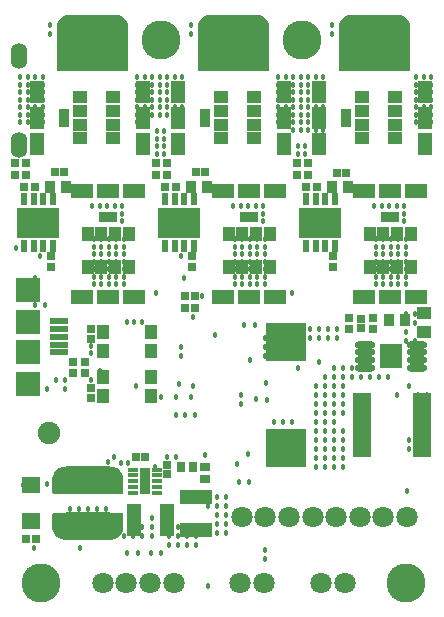
<source format=gts>
G04 Layer_Color=8388736*
%FSAX25Y25*%
%MOIN*%
G70*
G01*
G75*
%ADD48C,0.07480*%
%ADD83R,0.02572X0.02965*%
%ADD84R,0.02965X0.02572*%
%ADD85R,0.04540X0.11036*%
%ADD86R,0.11036X0.04540*%
%ADD87R,0.02847X0.02847*%
G04:AMPARAMS|DCode=88|XSize=90.68mil|YSize=236.35mil|CornerRadius=45.34mil|HoleSize=0mil|Usage=FLASHONLY|Rotation=270.000|XOffset=0mil|YOffset=0mil|HoleType=Round|Shape=RoundedRectangle|*
%AMROUNDEDRECTD88*
21,1,0.09068,0.14567,0,0,270.0*
21,1,0.00000,0.23635,0,0,270.0*
1,1,0.09068,-0.07284,0.00000*
1,1,0.09068,-0.07284,0.00000*
1,1,0.09068,0.07284,0.00000*
1,1,0.09068,0.07284,0.00000*
%
%ADD88ROUNDEDRECTD88*%
%ADD89O,0.06902X0.02572*%
%ADD90R,0.07611X0.08083*%
%ADD91R,0.13600X0.13100*%
%ADD92R,0.04737X0.04343*%
%ADD93R,0.06115X0.21666*%
%ADD94R,0.03556X0.04343*%
%ADD95R,0.14107X0.10446*%
%ADD96R,0.01981X0.03950*%
%ADD97R,0.03356X0.01781*%
%ADD98R,0.03750X0.08789*%
%ADD99R,0.06400X0.05600*%
%ADD100R,0.02847X0.02847*%
%ADD101R,0.05131X0.07493*%
%ADD102R,0.03556X0.05918*%
%ADD103R,0.05131X0.04147*%
%ADD104R,0.07493X0.05131*%
%ADD105R,0.04147X0.05131*%
%ADD106R,0.05918X0.03556*%
%ADD107R,0.06400X0.02200*%
%ADD108R,0.08300X0.07900*%
%ADD109R,0.08300X0.08300*%
%ADD110R,0.04343X0.04737*%
%ADD111R,0.02965X0.03359*%
%ADD112R,0.03359X0.02965*%
%ADD113O,0.05524X0.08674*%
%ADD114C,0.13005*%
%ADD115C,0.07100*%
%ADD116C,0.01800*%
G36*
X0561680Y0260712D02*
D01*
X0561680D01*
X0562067Y0260712D01*
X0562080Y0260711D01*
X0562094D01*
X0562107Y0260709D01*
X0562120Y0260708D01*
X0562133Y0260706D01*
X0562146Y0260704D01*
X0562906Y0260553D01*
X0562919Y0260549D01*
X0562932Y0260547D01*
X0562944Y0260542D01*
X0562957Y0260539D01*
X0562969Y0260534D01*
X0562981Y0260530D01*
X0563698Y0260233D01*
X0563709Y0260227D01*
X0563722Y0260222D01*
X0563733Y0260216D01*
X0563745Y0260210D01*
X0563756Y0260203D01*
X0563767Y0260196D01*
X0564412Y0259765D01*
X0564422Y0259757D01*
X0564433Y0259750D01*
X0564443Y0259741D01*
X0564453Y0259733D01*
X0564463Y0259724D01*
X0564472Y0259715D01*
X0565021Y0259167D01*
X0565029Y0259157D01*
X0565039Y0259148D01*
X0565047Y0259138D01*
X0565055Y0259128D01*
X0565063Y0259117D01*
X0565071Y0259106D01*
X0565501Y0258462D01*
X0565508Y0258450D01*
X0565515Y0258439D01*
X0565521Y0258428D01*
X0565528Y0258416D01*
X0565533Y0258404D01*
X0565539Y0258392D01*
X0565835Y0257676D01*
X0565839Y0257663D01*
X0565844Y0257651D01*
X0565848Y0257639D01*
X0565852Y0257626D01*
X0565855Y0257613D01*
X0565858Y0257601D01*
X0566009Y0256840D01*
X0566011Y0256827D01*
X0566014Y0256814D01*
X0566014Y0256801D01*
X0566016Y0256788D01*
Y0256775D01*
X0566017Y0256762D01*
Y0256375D01*
X0566017Y0256374D01*
X0566017Y0252043D01*
X0566014Y0251991D01*
X0566004Y0251940D01*
X0565987Y0251890D01*
X0565963Y0251843D01*
X0565934Y0251799D01*
X0565900Y0251760D01*
X0565860Y0251725D01*
X0565817Y0251696D01*
X0565770Y0251673D01*
X0565720Y0251656D01*
X0565669Y0251646D01*
X0565616Y0251642D01*
X0542782D01*
X0542782D01*
X0542782D01*
X0542729Y0251646D01*
X0542678Y0251656D01*
X0542644Y0251667D01*
X0542628Y0251673D01*
X0542581Y0251696D01*
D01*
X0542581Y0251696D01*
X0542559Y0251711D01*
X0542538Y0251725D01*
X0542498Y0251760D01*
Y0251760D01*
X0542498D01*
X0542464Y0251799D01*
X0542449Y0251821D01*
X0542435Y0251843D01*
X0542435Y0251843D01*
D01*
X0542411Y0251890D01*
X0542406Y0251906D01*
X0542395Y0251940D01*
X0542384Y0251991D01*
X0542381Y0252043D01*
Y0252043D01*
Y0252043D01*
X0542381Y0256374D01*
X0542381Y0256762D01*
X0542382Y0256775D01*
Y0256788D01*
X0542384Y0256801D01*
X0542384Y0256814D01*
X0542387Y0256827D01*
X0542389Y0256840D01*
X0542540Y0257600D01*
X0542543Y0257613D01*
X0542546Y0257626D01*
X0542550Y0257638D01*
X0542554Y0257651D01*
X0542559Y0257663D01*
X0542563Y0257676D01*
X0542860Y0258392D01*
X0542865Y0258404D01*
X0542870Y0258416D01*
X0542877Y0258427D01*
X0542883Y0258439D01*
X0542890Y0258450D01*
X0542897Y0258461D01*
X0543328Y0259106D01*
X0543335Y0259117D01*
X0543343Y0259127D01*
X0543351Y0259137D01*
X0543359Y0259148D01*
X0543369Y0259157D01*
X0543377Y0259167D01*
X0543926Y0259715D01*
X0543935Y0259724D01*
X0543945Y0259733D01*
X0543955Y0259741D01*
X0543965Y0259750D01*
X0543976Y0259757D01*
X0543986Y0259765D01*
X0544631Y0260196D01*
X0544642Y0260203D01*
X0544653Y0260210D01*
X0544665Y0260216D01*
X0544677Y0260222D01*
X0544689Y0260227D01*
X0544700Y0260233D01*
X0545417Y0260530D01*
X0545429Y0260534D01*
X0545441Y0260539D01*
X0545454Y0260543D01*
X0545467Y0260547D01*
X0545479Y0260549D01*
X0545492Y0260553D01*
X0546253Y0260704D01*
X0546266Y0260706D01*
X0546279Y0260708D01*
X0546292Y0260709D01*
X0546305Y0260711D01*
X0546318D01*
X0546331Y0260712D01*
X0546718Y0260712D01*
X0546719Y0260712D01*
X0561680Y0260712D01*
D02*
G37*
G36*
X0565630Y0245357D02*
X0565668Y0245354D01*
X0565720Y0245344D01*
X0565720D01*
X0565720Y0245344D01*
X0565738Y0245338D01*
X0565769Y0245327D01*
X0565817Y0245304D01*
D01*
X0565817Y0245304D01*
X0565834Y0245292D01*
X0565860Y0245275D01*
X0565900Y0245240D01*
X0565900Y0245240D01*
X0565900Y0245240D01*
X0565934Y0245201D01*
X0565951Y0245175D01*
X0565963Y0245157D01*
X0565963Y0245157D01*
D01*
X0565986Y0245110D01*
X0565997Y0245078D01*
X0566003Y0245060D01*
X0566003Y0245060D01*
Y0245060D01*
X0566014Y0245009D01*
X0566016Y0244970D01*
X0566017Y0244957D01*
X0566017Y0240626D01*
X0566017Y0240626D01*
X0566017Y0240238D01*
X0566017Y0240225D01*
Y0240212D01*
X0566015Y0240199D01*
X0566014Y0240186D01*
X0566011Y0240173D01*
X0566010Y0240160D01*
X0565858Y0239399D01*
X0565855Y0239386D01*
X0565852Y0239374D01*
X0565848Y0239361D01*
X0565845Y0239349D01*
X0565840Y0239336D01*
X0565836Y0239324D01*
X0565539Y0238608D01*
X0565533Y0238596D01*
X0565528Y0238584D01*
X0565521Y0238572D01*
X0565516Y0238560D01*
X0565508Y0238549D01*
X0565502Y0238538D01*
X0565071Y0237893D01*
X0565063Y0237883D01*
X0565055Y0237872D01*
X0565047Y0237862D01*
X0565039Y0237852D01*
X0565029Y0237842D01*
X0565021Y0237833D01*
X0564472Y0237284D01*
X0564463Y0237276D01*
X0564453Y0237266D01*
X0564443Y0237258D01*
X0564433Y0237250D01*
X0564422Y0237242D01*
X0564412Y0237234D01*
X0563767Y0236804D01*
X0563755Y0236797D01*
X0563744Y0236790D01*
X0563733Y0236784D01*
X0563721Y0236777D01*
X0563709Y0236772D01*
X0563697Y0236767D01*
X0562981Y0236470D01*
X0562969Y0236466D01*
X0562956Y0236461D01*
X0562944Y0236457D01*
X0562931Y0236453D01*
X0562919Y0236450D01*
X0562906Y0236447D01*
X0562145Y0236296D01*
X0562132Y0236294D01*
X0562119Y0236292D01*
X0562106Y0236291D01*
X0562093Y0236289D01*
X0562080D01*
X0562067Y0236288D01*
X0561679D01*
X0546719Y0236288D01*
X0546718Y0236288D01*
X0546715D01*
X0546715Y0236288D01*
X0546714Y0236288D01*
X0546331Y0236288D01*
X0546318Y0236289D01*
X0546305D01*
X0546292Y0236291D01*
X0546279Y0236292D01*
X0546266Y0236294D01*
X0546253Y0236296D01*
X0545492Y0236447D01*
X0545480Y0236451D01*
X0545467Y0236453D01*
X0545454Y0236457D01*
X0545442Y0236461D01*
X0545430Y0236466D01*
X0545417Y0236470D01*
X0544701Y0236767D01*
X0544689Y0236772D01*
X0544677Y0236777D01*
X0544665Y0236784D01*
X0544654Y0236790D01*
X0544643Y0236797D01*
X0544631Y0236804D01*
X0543987Y0237235D01*
X0543976Y0237243D01*
X0543965Y0237250D01*
X0543955Y0237259D01*
X0543945Y0237266D01*
X0543936Y0237276D01*
X0543926Y0237284D01*
X0543377Y0237833D01*
X0543369Y0237843D01*
X0543359Y0237852D01*
X0543351Y0237862D01*
X0543343Y0237872D01*
X0543335Y0237883D01*
X0543328Y0237894D01*
X0542897Y0238538D01*
X0542890Y0238550D01*
X0542883Y0238561D01*
X0542877Y0238572D01*
X0542870Y0238584D01*
X0542865Y0238596D01*
X0542860Y0238608D01*
X0542563Y0239324D01*
X0542558Y0239337D01*
X0542554Y0239349D01*
X0542550Y0239362D01*
X0542546Y0239374D01*
X0542543Y0239387D01*
X0542540Y0239399D01*
X0542389Y0240160D01*
X0542387Y0240173D01*
X0542384Y0240186D01*
X0542383Y0240199D01*
X0542382Y0240212D01*
Y0240225D01*
X0542381Y0240238D01*
X0542381Y0240626D01*
Y0240626D01*
Y0240626D01*
X0542381Y0244957D01*
Y0244957D01*
D01*
X0542384Y0245009D01*
X0542394Y0245060D01*
X0542400Y0245077D01*
X0542411Y0245110D01*
X0542434Y0245157D01*
X0542463Y0245201D01*
X0542498Y0245240D01*
X0542498D01*
Y0245240D01*
X0542537Y0245275D01*
X0542581Y0245304D01*
X0542628Y0245327D01*
X0542661Y0245338D01*
X0542678Y0245344D01*
X0542729Y0245354D01*
X0542781Y0245358D01*
X0542781D01*
D01*
X0565616D01*
X0565630Y0245357D01*
D02*
G37*
G36*
X0563200Y0411401D02*
X0563593Y0411401D01*
X0563606Y0411400D01*
X0563619D01*
X0563632Y0411398D01*
X0563645Y0411397D01*
X0563658Y0411395D01*
X0563671Y0411393D01*
X0564444Y0411239D01*
X0564457Y0411236D01*
X0564470Y0411234D01*
X0564482Y0411229D01*
X0564495Y0411226D01*
X0564507Y0411221D01*
X0564519Y0411217D01*
X0565247Y0410915D01*
X0565259Y0410909D01*
X0565271Y0410904D01*
X0565282Y0410898D01*
X0565294Y0410892D01*
X0565305Y0410885D01*
X0565316Y0410878D01*
X0565972Y0410440D01*
X0565982Y0410432D01*
X0565993Y0410425D01*
X0566003Y0410416D01*
X0566013Y0410408D01*
X0566023Y0410399D01*
X0566032Y0410390D01*
X0566589Y0409833D01*
X0566598Y0409823D01*
X0566608Y0409814D01*
X0566615Y0409804D01*
X0566624Y0409794D01*
X0566631Y0409783D01*
X0566639Y0409773D01*
X0567077Y0409117D01*
X0567084Y0409106D01*
X0567091Y0409095D01*
X0567097Y0409084D01*
X0567103Y0409072D01*
X0567108Y0409060D01*
X0567114Y0409048D01*
X0567416Y0408320D01*
X0567420Y0408308D01*
X0567425Y0408296D01*
X0567428Y0408283D01*
X0567433Y0408271D01*
X0567435Y0408258D01*
X0567439Y0408245D01*
X0567592Y0407472D01*
X0567594Y0407459D01*
X0567596Y0407446D01*
X0567597Y0407433D01*
X0567599Y0407420D01*
Y0407407D01*
X0567600Y0407394D01*
Y0407000D01*
X0567600Y0393000D01*
X0567596Y0392948D01*
X0567586Y0392896D01*
X0567569Y0392847D01*
X0567546Y0392800D01*
X0567517Y0392756D01*
X0567483Y0392717D01*
X0567443Y0392682D01*
X0567400Y0392653D01*
X0567352Y0392630D01*
X0567303Y0392613D01*
X0567251Y0392603D01*
X0567199Y0392599D01*
X0544199D01*
X0544147Y0392603D01*
X0544095Y0392613D01*
X0544046Y0392630D01*
X0543999Y0392653D01*
X0543955Y0392682D01*
X0543916Y0392717D01*
X0543881Y0392756D01*
X0543852Y0392800D01*
X0543829Y0392847D01*
X0543812Y0392896D01*
X0543802Y0392948D01*
X0543798Y0393000D01*
X0543798Y0407000D01*
X0543798Y0407394D01*
X0543799Y0407407D01*
Y0407420D01*
X0543801Y0407433D01*
X0543802Y0407446D01*
X0543804Y0407459D01*
X0543806Y0407472D01*
X0543960Y0408245D01*
X0543963Y0408258D01*
X0543966Y0408271D01*
X0543970Y0408283D01*
X0543973Y0408296D01*
X0543978Y0408308D01*
X0543983Y0408320D01*
X0544284Y0409048D01*
X0544290Y0409060D01*
X0544295Y0409072D01*
X0544301Y0409083D01*
X0544307Y0409095D01*
X0544314Y0409106D01*
X0544321Y0409117D01*
X0544759Y0409772D01*
X0544767Y0409783D01*
X0544774Y0409794D01*
X0544783Y0409804D01*
X0544791Y0409814D01*
X0544800Y0409823D01*
X0544809Y0409833D01*
X0545366Y0410391D01*
X0545376Y0410399D01*
X0545385Y0410408D01*
X0545395Y0410416D01*
X0545405Y0410425D01*
X0545416Y0410432D01*
X0545427Y0410440D01*
X0546082Y0410878D01*
X0546093Y0410885D01*
X0546104Y0410892D01*
X0546116Y0410898D01*
X0546127Y0410904D01*
X0546139Y0410909D01*
X0546151Y0410915D01*
X0546879Y0411217D01*
X0546891Y0411221D01*
X0546904Y0411226D01*
X0546916Y0411229D01*
X0546929Y0411234D01*
X0546941Y0411236D01*
X0546954Y0411239D01*
X0547727Y0411393D01*
X0547740Y0411395D01*
X0547753Y0411397D01*
X0547766Y0411398D01*
X0547779Y0411400D01*
X0547792D01*
X0547805Y0411401D01*
X0548199Y0411401D01*
X0563199Y0411401D01*
X0563200Y0411401D01*
D02*
G37*
G36*
X0657200D02*
X0657593Y0411401D01*
X0657606Y0411400D01*
X0657619D01*
X0657632Y0411398D01*
X0657645Y0411397D01*
X0657658Y0411395D01*
X0657671Y0411393D01*
X0658444Y0411239D01*
X0658457Y0411236D01*
X0658470Y0411234D01*
X0658482Y0411229D01*
X0658495Y0411226D01*
X0658507Y0411221D01*
X0658519Y0411217D01*
X0659247Y0410915D01*
X0659259Y0410909D01*
X0659271Y0410904D01*
X0659282Y0410898D01*
X0659294Y0410892D01*
X0659305Y0410885D01*
X0659316Y0410878D01*
X0659972Y0410440D01*
X0659982Y0410432D01*
X0659993Y0410425D01*
X0660003Y0410416D01*
X0660013Y0410408D01*
X0660023Y0410399D01*
X0660032Y0410390D01*
X0660590Y0409833D01*
X0660598Y0409823D01*
X0660607Y0409814D01*
X0660615Y0409804D01*
X0660624Y0409794D01*
X0660631Y0409783D01*
X0660639Y0409773D01*
X0661077Y0409117D01*
X0661084Y0409106D01*
X0661091Y0409095D01*
X0661097Y0409084D01*
X0661103Y0409072D01*
X0661108Y0409060D01*
X0661114Y0409048D01*
X0661416Y0408320D01*
X0661420Y0408308D01*
X0661425Y0408296D01*
X0661428Y0408283D01*
X0661433Y0408271D01*
X0661435Y0408258D01*
X0661439Y0408245D01*
X0661592Y0407472D01*
X0661594Y0407459D01*
X0661596Y0407446D01*
X0661597Y0407433D01*
X0661599Y0407420D01*
Y0407407D01*
X0661600Y0407394D01*
Y0407000D01*
X0661600Y0393000D01*
X0661596Y0392948D01*
X0661586Y0392896D01*
X0661569Y0392847D01*
X0661546Y0392800D01*
X0661517Y0392756D01*
X0661483Y0392717D01*
X0661443Y0392682D01*
X0661400Y0392653D01*
X0661352Y0392630D01*
X0661303Y0392613D01*
X0661251Y0392603D01*
X0661199Y0392599D01*
X0638199D01*
X0638147Y0392603D01*
X0638095Y0392613D01*
X0638046Y0392630D01*
X0637999Y0392653D01*
X0637955Y0392682D01*
X0637916Y0392717D01*
X0637881Y0392756D01*
X0637852Y0392800D01*
X0637829Y0392847D01*
X0637812Y0392896D01*
X0637802Y0392948D01*
X0637798Y0393000D01*
X0637798Y0407000D01*
X0637798Y0407394D01*
X0637799Y0407407D01*
Y0407420D01*
X0637801Y0407433D01*
X0637802Y0407446D01*
X0637804Y0407459D01*
X0637806Y0407472D01*
X0637960Y0408245D01*
X0637963Y0408258D01*
X0637966Y0408271D01*
X0637970Y0408283D01*
X0637973Y0408296D01*
X0637978Y0408308D01*
X0637983Y0408320D01*
X0638284Y0409048D01*
X0638290Y0409060D01*
X0638295Y0409072D01*
X0638301Y0409083D01*
X0638307Y0409095D01*
X0638314Y0409106D01*
X0638321Y0409117D01*
X0638759Y0409772D01*
X0638767Y0409783D01*
X0638774Y0409794D01*
X0638783Y0409804D01*
X0638791Y0409814D01*
X0638800Y0409823D01*
X0638809Y0409833D01*
X0639366Y0410391D01*
X0639376Y0410399D01*
X0639385Y0410408D01*
X0639395Y0410416D01*
X0639405Y0410425D01*
X0639416Y0410432D01*
X0639427Y0410440D01*
X0640082Y0410878D01*
X0640093Y0410885D01*
X0640104Y0410892D01*
X0640116Y0410898D01*
X0640127Y0410904D01*
X0640139Y0410909D01*
X0640151Y0410915D01*
X0640879Y0411217D01*
X0640891Y0411221D01*
X0640904Y0411226D01*
X0640916Y0411229D01*
X0640929Y0411234D01*
X0640941Y0411236D01*
X0640954Y0411239D01*
X0641727Y0411393D01*
X0641740Y0411395D01*
X0641753Y0411397D01*
X0641766Y0411398D01*
X0641779Y0411400D01*
X0641792D01*
X0641805Y0411401D01*
X0642199Y0411401D01*
X0657199Y0411401D01*
X0657200Y0411401D01*
D02*
G37*
G36*
X0610200D02*
X0610593Y0411401D01*
X0610606Y0411400D01*
X0610619D01*
X0610632Y0411398D01*
X0610645Y0411397D01*
X0610658Y0411395D01*
X0610671Y0411393D01*
X0611444Y0411239D01*
X0611457Y0411236D01*
X0611470Y0411234D01*
X0611482Y0411229D01*
X0611495Y0411226D01*
X0611507Y0411221D01*
X0611519Y0411217D01*
X0612247Y0410915D01*
X0612259Y0410909D01*
X0612271Y0410904D01*
X0612283Y0410898D01*
X0612294Y0410892D01*
X0612305Y0410885D01*
X0612317Y0410878D01*
X0612972Y0410440D01*
X0612982Y0410432D01*
X0612993Y0410425D01*
X0613003Y0410416D01*
X0613013Y0410408D01*
X0613023Y0410399D01*
X0613032Y0410390D01*
X0613589Y0409833D01*
X0613598Y0409823D01*
X0613608Y0409814D01*
X0613615Y0409804D01*
X0613624Y0409794D01*
X0613631Y0409783D01*
X0613639Y0409773D01*
X0614077Y0409117D01*
X0614084Y0409106D01*
X0614091Y0409095D01*
X0614097Y0409084D01*
X0614103Y0409072D01*
X0614108Y0409060D01*
X0614114Y0409048D01*
X0614416Y0408320D01*
X0614420Y0408308D01*
X0614425Y0408296D01*
X0614428Y0408283D01*
X0614433Y0408271D01*
X0614435Y0408258D01*
X0614438Y0408245D01*
X0614592Y0407472D01*
X0614594Y0407459D01*
X0614597Y0407446D01*
X0614597Y0407433D01*
X0614599Y0407420D01*
Y0407407D01*
X0614600Y0407394D01*
Y0407000D01*
X0614600Y0393000D01*
X0614597Y0392948D01*
X0614586Y0392896D01*
X0614570Y0392847D01*
X0614546Y0392800D01*
X0614517Y0392756D01*
X0614483Y0392717D01*
X0614443Y0392682D01*
X0614399Y0392653D01*
X0614353Y0392630D01*
X0614303Y0392613D01*
X0614251Y0392603D01*
X0614199Y0392599D01*
X0591199D01*
X0591147Y0392603D01*
X0591095Y0392613D01*
X0591046Y0392630D01*
X0590999Y0392653D01*
X0590955Y0392682D01*
X0590916Y0392717D01*
X0590881Y0392756D01*
X0590852Y0392800D01*
X0590829Y0392847D01*
X0590812Y0392896D01*
X0590802Y0392948D01*
X0590798Y0393000D01*
X0590798Y0407000D01*
X0590798Y0407394D01*
X0590799Y0407407D01*
Y0407420D01*
X0590801Y0407433D01*
X0590802Y0407446D01*
X0590804Y0407459D01*
X0590806Y0407472D01*
X0590960Y0408245D01*
X0590963Y0408258D01*
X0590966Y0408271D01*
X0590970Y0408283D01*
X0590973Y0408296D01*
X0590978Y0408308D01*
X0590982Y0408320D01*
X0591284Y0409048D01*
X0591290Y0409060D01*
X0591295Y0409072D01*
X0591301Y0409083D01*
X0591307Y0409095D01*
X0591315Y0409106D01*
X0591321Y0409117D01*
X0591759Y0409772D01*
X0591767Y0409783D01*
X0591774Y0409794D01*
X0591783Y0409804D01*
X0591791Y0409814D01*
X0591800Y0409823D01*
X0591809Y0409833D01*
X0592366Y0410391D01*
X0592376Y0410399D01*
X0592385Y0410408D01*
X0592395Y0410416D01*
X0592405Y0410425D01*
X0592416Y0410432D01*
X0592426Y0410440D01*
X0593082Y0410878D01*
X0593093Y0410885D01*
X0593104Y0410892D01*
X0593116Y0410898D01*
X0593127Y0410904D01*
X0593139Y0410909D01*
X0593151Y0410915D01*
X0593879Y0411217D01*
X0593891Y0411221D01*
X0593903Y0411226D01*
X0593916Y0411229D01*
X0593929Y0411234D01*
X0593941Y0411236D01*
X0593954Y0411239D01*
X0594727Y0411393D01*
X0594740Y0411395D01*
X0594753Y0411397D01*
X0594766Y0411398D01*
X0594779Y0411400D01*
X0594792D01*
X0594805Y0411401D01*
X0595199Y0411401D01*
X0610199Y0411401D01*
X0610200Y0411401D01*
D02*
G37*
D48*
X0541229Y0271970D02*
D03*
D83*
X0533471Y0362000D02*
D03*
X0529927D02*
D03*
X0536471Y0354000D02*
D03*
X0532928D02*
D03*
X0529927Y0358000D02*
D03*
X0533471D02*
D03*
X0580471Y0362000D02*
D03*
X0576928D02*
D03*
X0576928Y0358000D02*
D03*
X0580471D02*
D03*
X0583471Y0354000D02*
D03*
X0579927D02*
D03*
X0627471Y0362000D02*
D03*
X0623927D02*
D03*
X0623927Y0358000D02*
D03*
X0627471D02*
D03*
X0630471Y0354000D02*
D03*
X0626928D02*
D03*
X0586427Y0313500D02*
D03*
X0589971D02*
D03*
X0589971Y0317500D02*
D03*
X0586427D02*
D03*
X0536971Y0236500D02*
D03*
X0533427D02*
D03*
D84*
X0542000Y0330772D02*
D03*
Y0327228D02*
D03*
X0589000Y0330772D02*
D03*
Y0327228D02*
D03*
X0636000Y0330772D02*
D03*
Y0327228D02*
D03*
X0649199Y0310272D02*
D03*
Y0306728D02*
D03*
X0641199Y0310272D02*
D03*
Y0306728D02*
D03*
X0555199Y0287000D02*
D03*
Y0283457D02*
D03*
X0549199Y0295500D02*
D03*
Y0291957D02*
D03*
X0553199Y0295500D02*
D03*
Y0291957D02*
D03*
D85*
X0569687Y0242801D02*
D03*
X0580711D02*
D03*
D86*
X0590199Y0250524D02*
D03*
Y0239500D02*
D03*
D87*
X0580699Y0258226D02*
D03*
Y0261376D02*
D03*
X0645199Y0310075D02*
D03*
Y0306925D02*
D03*
X0555199Y0303425D02*
D03*
Y0306575D02*
D03*
D88*
X0554199Y0240823D02*
D03*
Y0256177D02*
D03*
D89*
X0663762Y0293661D02*
D03*
Y0296220D02*
D03*
Y0298780D02*
D03*
Y0301339D02*
D03*
X0646636Y0293661D02*
D03*
Y0296220D02*
D03*
Y0298780D02*
D03*
Y0301339D02*
D03*
D90*
X0655199Y0297500D02*
D03*
D91*
X0620349Y0302100D02*
D03*
Y0266900D02*
D03*
D92*
X0666199Y0305500D02*
D03*
Y0311799D02*
D03*
D93*
X0645709Y0274500D02*
D03*
X0665591D02*
D03*
D94*
X0654443Y0309500D02*
D03*
X0659955D02*
D03*
X0541443Y0354000D02*
D03*
X0546955D02*
D03*
X0588443D02*
D03*
X0593955D02*
D03*
X0635443D02*
D03*
X0640955D02*
D03*
D95*
X0631699Y0342000D02*
D03*
X0584699D02*
D03*
X0537699D02*
D03*
D96*
X0626975Y0334224D02*
D03*
X0630124D02*
D03*
X0633274D02*
D03*
X0636423D02*
D03*
X0626975Y0349776D02*
D03*
X0630124D02*
D03*
X0633274D02*
D03*
X0636423D02*
D03*
X0579975Y0334224D02*
D03*
X0583124D02*
D03*
X0586274D02*
D03*
X0589424D02*
D03*
X0579975Y0349776D02*
D03*
X0583124D02*
D03*
X0586274D02*
D03*
X0589424D02*
D03*
X0532975Y0334224D02*
D03*
X0536124D02*
D03*
X0539274D02*
D03*
X0542423D02*
D03*
X0532975Y0349776D02*
D03*
X0536124D02*
D03*
X0539274D02*
D03*
X0542423D02*
D03*
D97*
X0577097Y0253832D02*
D03*
Y0255801D02*
D03*
Y0257769D02*
D03*
Y0259738D02*
D03*
X0569302D02*
D03*
Y0257769D02*
D03*
Y0255801D02*
D03*
Y0253832D02*
D03*
Y0251864D02*
D03*
X0577097D02*
D03*
D98*
X0573199Y0255801D02*
D03*
D99*
X0535199Y0254500D02*
D03*
Y0242595D02*
D03*
D100*
X0637124Y0358500D02*
D03*
X0640274D02*
D03*
X0590124Y0359000D02*
D03*
X0593274D02*
D03*
X0543124D02*
D03*
X0546274D02*
D03*
X0570124Y0264000D02*
D03*
X0573274D02*
D03*
D101*
X0537284Y0385661D02*
D03*
Y0377000D02*
D03*
Y0368339D02*
D03*
X0572717D02*
D03*
Y0377000D02*
D03*
Y0385661D02*
D03*
X0619717D02*
D03*
Y0377000D02*
D03*
Y0368339D02*
D03*
X0584283D02*
D03*
Y0377000D02*
D03*
Y0385661D02*
D03*
X0631284D02*
D03*
Y0377000D02*
D03*
Y0368339D02*
D03*
X0666716D02*
D03*
Y0377000D02*
D03*
Y0385661D02*
D03*
D102*
X0546142Y0377000D02*
D03*
X0593142D02*
D03*
X0640142D02*
D03*
D103*
X0551653Y0370209D02*
D03*
Y0374736D02*
D03*
Y0379264D02*
D03*
Y0383791D02*
D03*
X0562677D02*
D03*
Y0379264D02*
D03*
Y0374736D02*
D03*
Y0370209D02*
D03*
X0609677D02*
D03*
Y0374736D02*
D03*
Y0379264D02*
D03*
Y0383791D02*
D03*
X0598654D02*
D03*
Y0379264D02*
D03*
Y0374736D02*
D03*
Y0370209D02*
D03*
X0645653D02*
D03*
Y0374736D02*
D03*
Y0379264D02*
D03*
Y0383791D02*
D03*
X0656677D02*
D03*
Y0379264D02*
D03*
Y0374736D02*
D03*
Y0370209D02*
D03*
D104*
X0569661Y0317284D02*
D03*
X0561000D02*
D03*
X0552339D02*
D03*
Y0352716D02*
D03*
X0561000D02*
D03*
X0569661D02*
D03*
X0616661D02*
D03*
X0608000D02*
D03*
X0599339D02*
D03*
Y0317284D02*
D03*
X0608000D02*
D03*
X0616661D02*
D03*
X0663661D02*
D03*
X0655000D02*
D03*
X0646339D02*
D03*
Y0352716D02*
D03*
X0655000D02*
D03*
X0663661D02*
D03*
D105*
X0554209Y0327323D02*
D03*
X0558736D02*
D03*
X0563264D02*
D03*
X0567791D02*
D03*
Y0338347D02*
D03*
X0563264D02*
D03*
X0558736D02*
D03*
X0554209D02*
D03*
X0601209D02*
D03*
X0605736D02*
D03*
X0610264D02*
D03*
X0614791D02*
D03*
Y0327323D02*
D03*
X0610264D02*
D03*
X0605736D02*
D03*
X0601209D02*
D03*
X0648209D02*
D03*
X0652736D02*
D03*
X0657264D02*
D03*
X0661791D02*
D03*
Y0338347D02*
D03*
X0657264D02*
D03*
X0652736D02*
D03*
X0648209D02*
D03*
D106*
X0561000Y0343858D02*
D03*
X0608000D02*
D03*
X0655000D02*
D03*
D107*
X0544699Y0309118D02*
D03*
Y0298800D02*
D03*
Y0306559D02*
D03*
Y0304000D02*
D03*
Y0301400D02*
D03*
D108*
X0534199Y0319748D02*
D03*
Y0288200D02*
D03*
D109*
Y0309000D02*
D03*
Y0299000D02*
D03*
D110*
X0559128Y0290650D02*
D03*
Y0284350D02*
D03*
X0575270Y0290650D02*
D03*
Y0284350D02*
D03*
Y0299350D02*
D03*
Y0305650D02*
D03*
X0559128Y0299350D02*
D03*
Y0305650D02*
D03*
D111*
X0585262Y0260500D02*
D03*
X0589199D02*
D03*
D112*
X0593199Y0256532D02*
D03*
Y0260469D02*
D03*
D113*
X0531199Y0368000D02*
D03*
Y0397528D02*
D03*
D114*
X0578699Y0403000D02*
D03*
X0625699D02*
D03*
X0660199Y0222000D02*
D03*
X0538699D02*
D03*
D115*
X0639937D02*
D03*
X0632063D02*
D03*
X0605063D02*
D03*
X0612937D02*
D03*
X0559189D02*
D03*
X0567063D02*
D03*
X0574937D02*
D03*
X0582837D02*
D03*
X0644811Y0244000D02*
D03*
X0605441D02*
D03*
X0613315D02*
D03*
X0621189D02*
D03*
X0629089D02*
D03*
X0636989D02*
D03*
X0652685D02*
D03*
X0660559D02*
D03*
D116*
X0610025Y0307951D02*
D03*
X0606364Y0308000D02*
D03*
X0589199Y0352000D02*
D03*
X0616199Y0275500D02*
D03*
X0619199D02*
D03*
X0622199D02*
D03*
X0613199Y0297500D02*
D03*
Y0300500D02*
D03*
Y0303500D02*
D03*
X0624199Y0293500D02*
D03*
X0622199Y0297500D02*
D03*
X0619199D02*
D03*
X0616199Y0300500D02*
D03*
X0619199D02*
D03*
X0580699Y0261376D02*
D03*
Y0264000D02*
D03*
X0663699Y0390500D02*
D03*
Y0388000D02*
D03*
Y0385500D02*
D03*
Y0383000D02*
D03*
Y0378000D02*
D03*
Y0375500D02*
D03*
Y0380500D02*
D03*
X0668699Y0388000D02*
D03*
Y0380500D02*
D03*
X0666199D02*
D03*
Y0375500D02*
D03*
X0668699D02*
D03*
Y0378000D02*
D03*
X0666199D02*
D03*
Y0383000D02*
D03*
X0668699D02*
D03*
Y0385500D02*
D03*
X0666199D02*
D03*
Y0388000D02*
D03*
Y0390500D02*
D03*
X0668699D02*
D03*
X0578699Y0232000D02*
D03*
X0570742D02*
D03*
X0594199Y0250500D02*
D03*
Y0247500D02*
D03*
X0536199Y0233500D02*
D03*
X0614046Y0283059D02*
D03*
X0613719Y0288437D02*
D03*
X0610199Y0283272D02*
D03*
X0596699Y0304500D02*
D03*
X0594199Y0221000D02*
D03*
X0660699Y0252500D02*
D03*
X0533427Y0236500D02*
D03*
X0534199Y0288200D02*
D03*
Y0299000D02*
D03*
X0573199Y0375500D02*
D03*
X0570699D02*
D03*
X0622699Y0373000D02*
D03*
X0625199D02*
D03*
X0627699D02*
D03*
X0630199D02*
D03*
X0632699D02*
D03*
X0539199Y0390500D02*
D03*
X0536699D02*
D03*
X0534199D02*
D03*
Y0388000D02*
D03*
X0539199D02*
D03*
X0534199Y0385500D02*
D03*
X0536699D02*
D03*
X0539199D02*
D03*
Y0383000D02*
D03*
X0536699D02*
D03*
X0534199D02*
D03*
X0539199Y0380500D02*
D03*
X0534199Y0378000D02*
D03*
X0536699D02*
D03*
X0539199D02*
D03*
Y0375500D02*
D03*
X0536699D02*
D03*
X0534199D02*
D03*
Y0380500D02*
D03*
X0536699D02*
D03*
Y0388000D02*
D03*
X0531699Y0380500D02*
D03*
Y0375500D02*
D03*
Y0378000D02*
D03*
Y0383000D02*
D03*
Y0385500D02*
D03*
Y0388000D02*
D03*
Y0390500D02*
D03*
X0579699Y0372500D02*
D03*
X0577199D02*
D03*
X0627699Y0390500D02*
D03*
X0632699D02*
D03*
X0630199D02*
D03*
X0625199D02*
D03*
X0622699D02*
D03*
X0620199D02*
D03*
X0617699D02*
D03*
X0570699D02*
D03*
X0573199D02*
D03*
X0575699D02*
D03*
X0585699D02*
D03*
X0583199D02*
D03*
X0580699D02*
D03*
X0578199D02*
D03*
X0625199Y0375500D02*
D03*
Y0378000D02*
D03*
X0627699Y0375500D02*
D03*
Y0378000D02*
D03*
X0630199Y0375500D02*
D03*
Y0378000D02*
D03*
X0622699Y0375500D02*
D03*
Y0378000D02*
D03*
X0620199D02*
D03*
Y0375500D02*
D03*
X0632699D02*
D03*
Y0378000D02*
D03*
X0617699Y0375500D02*
D03*
Y0378000D02*
D03*
Y0380500D02*
D03*
X0620199D02*
D03*
X0622699D02*
D03*
X0625199D02*
D03*
X0627699D02*
D03*
X0630199D02*
D03*
X0632699D02*
D03*
Y0383000D02*
D03*
X0630199D02*
D03*
X0627699D02*
D03*
X0622699D02*
D03*
X0620199D02*
D03*
X0617699D02*
D03*
Y0385500D02*
D03*
X0620199D02*
D03*
X0625199D02*
D03*
X0627699D02*
D03*
X0630199D02*
D03*
X0632699D02*
D03*
X0617699Y0388000D02*
D03*
X0620199D02*
D03*
X0622699D02*
D03*
X0625199D02*
D03*
X0627699D02*
D03*
X0630199D02*
D03*
X0622699Y0385500D02*
D03*
X0632699Y0388000D02*
D03*
X0625199Y0383000D02*
D03*
X0578199Y0378000D02*
D03*
X0580699D02*
D03*
X0583199D02*
D03*
X0575699D02*
D03*
X0573199D02*
D03*
X0585699D02*
D03*
X0570699D02*
D03*
Y0380500D02*
D03*
X0573199D02*
D03*
X0575699D02*
D03*
X0578199D02*
D03*
X0580699D02*
D03*
X0583199D02*
D03*
X0585699D02*
D03*
Y0383000D02*
D03*
X0583199D02*
D03*
X0580699D02*
D03*
X0578199D02*
D03*
X0575699D02*
D03*
X0573199D02*
D03*
X0570699D02*
D03*
Y0385500D02*
D03*
X0573199D02*
D03*
X0578199D02*
D03*
X0580699D02*
D03*
X0583199D02*
D03*
X0585699D02*
D03*
X0570699Y0388000D02*
D03*
X0573199D02*
D03*
X0575699D02*
D03*
X0578199D02*
D03*
X0580699D02*
D03*
X0583199D02*
D03*
X0585699D02*
D03*
X0575699Y0385500D02*
D03*
X0542199Y0352000D02*
D03*
Y0349500D02*
D03*
X0636199Y0352000D02*
D03*
Y0349500D02*
D03*
X0589199D02*
D03*
X0579699Y0370000D02*
D03*
X0577199D02*
D03*
Y0367500D02*
D03*
X0579699D02*
D03*
X0577199Y0365000D02*
D03*
X0579699D02*
D03*
X0626699D02*
D03*
X0624199D02*
D03*
X0626699Y0367500D02*
D03*
X0624199D02*
D03*
X0648573Y0405000D02*
D03*
Y0408000D02*
D03*
X0601573Y0405000D02*
D03*
Y0408000D02*
D03*
X0554573Y0405000D02*
D03*
Y0408000D02*
D03*
X0635699Y0405000D02*
D03*
Y0408000D02*
D03*
X0588699Y0405000D02*
D03*
Y0408000D02*
D03*
X0541699D02*
D03*
Y0405000D02*
D03*
X0613199Y0230000D02*
D03*
Y0233000D02*
D03*
X0546756Y0354000D02*
D03*
X0657168Y0295532D02*
D03*
X0653231D02*
D03*
X0657168Y0299468D02*
D03*
X0653231D02*
D03*
X0580471Y0362000D02*
D03*
X0593955Y0354000D02*
D03*
X0640955D02*
D03*
X0533471Y0362000D02*
D03*
X0627471D02*
D03*
X0597199Y0244500D02*
D03*
X0600199D02*
D03*
Y0241500D02*
D03*
Y0238500D02*
D03*
X0597199D02*
D03*
Y0241500D02*
D03*
Y0247500D02*
D03*
X0600199D02*
D03*
X0557199Y0237500D02*
D03*
X0554199D02*
D03*
Y0240500D02*
D03*
X0563199Y0237500D02*
D03*
X0569199Y0240500D02*
D03*
X0572199D02*
D03*
X0560199Y0243500D02*
D03*
Y0246500D02*
D03*
X0557199D02*
D03*
X0584199Y0237500D02*
D03*
X0587199D02*
D03*
X0590199D02*
D03*
X0636199Y0260500D02*
D03*
X0639199D02*
D03*
Y0263500D02*
D03*
X0636199Y0272500D02*
D03*
X0639199D02*
D03*
X0633199D02*
D03*
X0630199D02*
D03*
X0639199Y0269500D02*
D03*
X0636199D02*
D03*
X0633199D02*
D03*
X0630199D02*
D03*
Y0266500D02*
D03*
X0633199D02*
D03*
X0636199D02*
D03*
X0639199D02*
D03*
X0636199Y0263642D02*
D03*
X0633199Y0263500D02*
D03*
X0630199D02*
D03*
X0657199Y0284574D02*
D03*
X0630199Y0275500D02*
D03*
X0633199D02*
D03*
X0636199D02*
D03*
X0630199Y0278500D02*
D03*
X0633199D02*
D03*
X0636199D02*
D03*
X0639199D02*
D03*
Y0281500D02*
D03*
X0630199D02*
D03*
X0633199D02*
D03*
X0636199D02*
D03*
X0630199Y0284500D02*
D03*
X0633199D02*
D03*
X0636199D02*
D03*
X0639199D02*
D03*
Y0287500D02*
D03*
X0636199D02*
D03*
X0630199D02*
D03*
X0633199Y0290500D02*
D03*
X0636199D02*
D03*
X0639199D02*
D03*
X0642199D02*
D03*
X0645199D02*
D03*
X0648199D02*
D03*
X0651199D02*
D03*
X0654199D02*
D03*
X0636199Y0293500D02*
D03*
X0639199D02*
D03*
X0642199D02*
D03*
X0633199Y0287500D02*
D03*
X0660199Y0311500D02*
D03*
X0663199D02*
D03*
X0666199D02*
D03*
X0660199Y0308500D02*
D03*
X0663199D02*
D03*
X0660199Y0305500D02*
D03*
Y0302500D02*
D03*
X0663199D02*
D03*
X0664199Y0284500D02*
D03*
X0667199D02*
D03*
Y0281500D02*
D03*
X0664199D02*
D03*
Y0278500D02*
D03*
X0667199D02*
D03*
Y0275500D02*
D03*
X0664199D02*
D03*
Y0266500D02*
D03*
X0667199D02*
D03*
X0616199Y0306500D02*
D03*
X0619199D02*
D03*
X0622199D02*
D03*
X0625199D02*
D03*
Y0303500D02*
D03*
X0622199D02*
D03*
X0619199D02*
D03*
X0616199D02*
D03*
X0622199Y0300500D02*
D03*
X0625199Y0297500D02*
D03*
X0661199Y0287500D02*
D03*
Y0266500D02*
D03*
Y0269500D02*
D03*
X0631346Y0295647D02*
D03*
X0628199Y0303500D02*
D03*
Y0306500D02*
D03*
X0631199D02*
D03*
Y0303500D02*
D03*
X0634199D02*
D03*
Y0306500D02*
D03*
X0637199D02*
D03*
Y0303500D02*
D03*
X0654443Y0309500D02*
D03*
X0530199Y0333500D02*
D03*
X0583699Y0284000D02*
D03*
X0588699D02*
D03*
X0593199Y0264500D02*
D03*
X0622199Y0318500D02*
D03*
X0578699Y0284000D02*
D03*
X0589795Y0277904D02*
D03*
X0586699Y0278000D02*
D03*
X0583699D02*
D03*
X0584199Y0240500D02*
D03*
X0587199D02*
D03*
X0590199D02*
D03*
X0572199Y0237500D02*
D03*
X0566199D02*
D03*
X0569199D02*
D03*
X0551199Y0240500D02*
D03*
Y0237500D02*
D03*
X0575156Y0232000D02*
D03*
X0567199D02*
D03*
X0560199Y0237500D02*
D03*
Y0240500D02*
D03*
X0557199D02*
D03*
Y0243500D02*
D03*
X0554199D02*
D03*
Y0246500D02*
D03*
X0551199Y0243500D02*
D03*
X0551699Y0233500D02*
D03*
X0548199Y0237500D02*
D03*
X0551199Y0246500D02*
D03*
X0545199Y0240500D02*
D03*
X0548199Y0243500D02*
D03*
Y0240500D02*
D03*
X0540599Y0254900D02*
D03*
X0560999Y0262100D02*
D03*
X0565099Y0262000D02*
D03*
X0567699D02*
D03*
X0562999Y0263777D02*
D03*
X0581199Y0237500D02*
D03*
X0575699Y0240500D02*
D03*
Y0243500D02*
D03*
X0581199Y0240500D02*
D03*
X0563199D02*
D03*
X0605199Y0284650D02*
D03*
Y0281500D02*
D03*
X0604000Y0261575D02*
D03*
X0604624Y0255500D02*
D03*
X0607774D02*
D03*
X0597199Y0250500D02*
D03*
X0600199D02*
D03*
X0585224Y0331050D02*
D03*
X0538224D02*
D03*
X0535199Y0345000D02*
D03*
X0537699D02*
D03*
X0540199D02*
D03*
Y0342500D02*
D03*
X0537699D02*
D03*
X0535199D02*
D03*
X0582199Y0345000D02*
D03*
X0584699D02*
D03*
X0587199D02*
D03*
Y0342500D02*
D03*
X0584699D02*
D03*
X0582199D02*
D03*
X0634199Y0345000D02*
D03*
Y0342500D02*
D03*
X0631699D02*
D03*
X0650199Y0336500D02*
D03*
X0652699D02*
D03*
X0655199D02*
D03*
X0657699D02*
D03*
X0660199D02*
D03*
X0652699Y0334000D02*
D03*
X0655199D02*
D03*
X0657699D02*
D03*
X0660199D02*
D03*
Y0331500D02*
D03*
X0657699D02*
D03*
X0652699D02*
D03*
X0650199D02*
D03*
Y0329000D02*
D03*
Y0321500D02*
D03*
Y0324000D02*
D03*
X0652699Y0329000D02*
D03*
Y0326500D02*
D03*
Y0324000D02*
D03*
Y0321500D02*
D03*
X0655199D02*
D03*
X0657699D02*
D03*
X0660199D02*
D03*
Y0329000D02*
D03*
Y0326500D02*
D03*
Y0324000D02*
D03*
X0657699D02*
D03*
X0655199D02*
D03*
Y0326500D02*
D03*
X0657699Y0329000D02*
D03*
Y0326500D02*
D03*
X0650199D02*
D03*
X0655199Y0329000D02*
D03*
Y0331500D02*
D03*
X0650199Y0334000D02*
D03*
X0576928Y0318728D02*
D03*
X0565699Y0347500D02*
D03*
X0563199D02*
D03*
X0560699D02*
D03*
X0558199D02*
D03*
X0555699D02*
D03*
X0565699Y0345000D02*
D03*
Y0342500D02*
D03*
X0612699D02*
D03*
Y0345000D02*
D03*
X0602699Y0347500D02*
D03*
X0605199D02*
D03*
X0607699D02*
D03*
X0610199D02*
D03*
X0612699D02*
D03*
X0659699Y0342500D02*
D03*
Y0345000D02*
D03*
X0649699Y0347500D02*
D03*
X0652199D02*
D03*
X0654699D02*
D03*
X0657199D02*
D03*
X0659699D02*
D03*
X0536624Y0314500D02*
D03*
X0592199Y0317500D02*
D03*
X0589199Y0310500D02*
D03*
X0589971Y0313500D02*
D03*
X0607575Y0265000D02*
D03*
X0585199Y0297500D02*
D03*
Y0300500D02*
D03*
X0589199Y0287500D02*
D03*
X0584499Y0288293D02*
D03*
X0581199Y0243500D02*
D03*
X0575699Y0237500D02*
D03*
X0560699Y0283500D02*
D03*
X0558199Y0292500D02*
D03*
X0555199Y0289500D02*
D03*
Y0298500D02*
D03*
Y0301000D02*
D03*
Y0303500D02*
D03*
X0575699Y0300575D02*
D03*
X0567199Y0309000D02*
D03*
X0569699D02*
D03*
X0572199D02*
D03*
X0608199Y0296272D02*
D03*
X0603199Y0334000D02*
D03*
X0608199Y0331500D02*
D03*
Y0329000D02*
D03*
X0603199Y0326500D02*
D03*
X0610699D02*
D03*
Y0329000D02*
D03*
X0608199Y0326500D02*
D03*
Y0324000D02*
D03*
X0610699D02*
D03*
X0613199D02*
D03*
Y0326500D02*
D03*
Y0329000D02*
D03*
Y0321500D02*
D03*
X0610699D02*
D03*
X0608199D02*
D03*
X0605699D02*
D03*
Y0324000D02*
D03*
Y0326500D02*
D03*
Y0329000D02*
D03*
X0603199Y0324000D02*
D03*
Y0321500D02*
D03*
Y0329000D02*
D03*
Y0331500D02*
D03*
X0605699D02*
D03*
X0610699D02*
D03*
X0613199D02*
D03*
Y0334000D02*
D03*
X0610699D02*
D03*
X0608199D02*
D03*
X0605699D02*
D03*
X0613199Y0336500D02*
D03*
X0610699D02*
D03*
X0608199D02*
D03*
X0605699D02*
D03*
X0603199D02*
D03*
X0556199Y0334000D02*
D03*
X0561199Y0331500D02*
D03*
Y0329000D02*
D03*
X0556199Y0326500D02*
D03*
X0563699D02*
D03*
Y0329000D02*
D03*
X0561199Y0326500D02*
D03*
Y0324000D02*
D03*
X0563699D02*
D03*
X0566199D02*
D03*
Y0326500D02*
D03*
Y0329000D02*
D03*
Y0321500D02*
D03*
X0563699D02*
D03*
X0561199D02*
D03*
X0558699D02*
D03*
Y0324000D02*
D03*
Y0326500D02*
D03*
Y0329000D02*
D03*
X0556199Y0324000D02*
D03*
Y0321500D02*
D03*
Y0329000D02*
D03*
Y0331500D02*
D03*
X0558699D02*
D03*
X0563699D02*
D03*
X0566199D02*
D03*
Y0334000D02*
D03*
X0563699D02*
D03*
X0561199D02*
D03*
X0558699D02*
D03*
X0566199Y0336500D02*
D03*
X0563699D02*
D03*
X0561199D02*
D03*
X0558699D02*
D03*
X0556199D02*
D03*
X0630199Y0260500D02*
D03*
X0633199D02*
D03*
X0539774Y0314500D02*
D03*
X0570199Y0287500D02*
D03*
X0631699Y0345000D02*
D03*
X0629199D02*
D03*
Y0342500D02*
D03*
X0645199Y0293500D02*
D03*
X0648199D02*
D03*
X0583699Y0264000D02*
D03*
X0576499Y0260500D02*
D03*
X0581199Y0234500D02*
D03*
X0584199D02*
D03*
X0587199D02*
D03*
X0590199D02*
D03*
X0534199Y0308000D02*
D03*
X0586199Y0323500D02*
D03*
X0536699D02*
D03*
X0546653Y0286576D02*
D03*
X0546699Y0289500D02*
D03*
X0543699D02*
D03*
X0545199Y0243500D02*
D03*
X0548199Y0246500D02*
D03*
X0532699Y0254500D02*
D03*
X0540699Y0286500D02*
D03*
M02*

</source>
